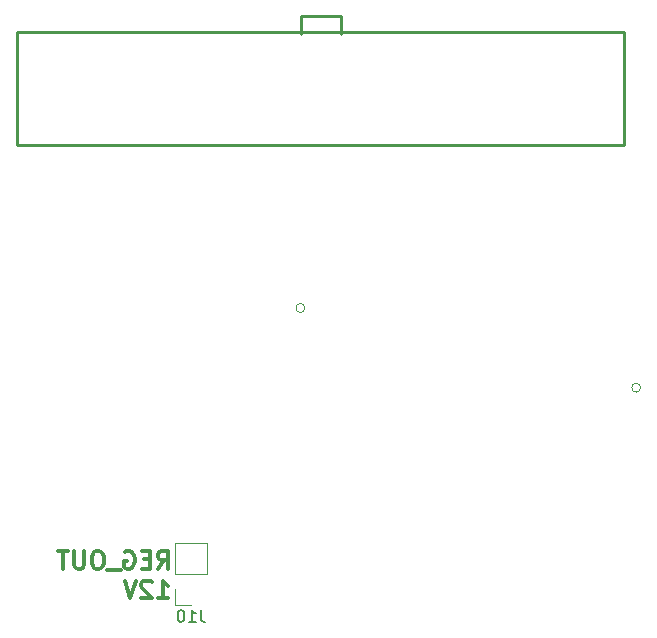
<source format=gbo>
G04 #@! TF.GenerationSoftware,KiCad,Pcbnew,(5.1.6-0-10_14)*
G04 #@! TF.CreationDate,2021-12-04T22:46:38+09:00*
G04 #@! TF.ProjectId,qPCR-main,71504352-2d6d-4616-996e-2e6b69636164,rev?*
G04 #@! TF.SameCoordinates,Original*
G04 #@! TF.FileFunction,Legend,Bot*
G04 #@! TF.FilePolarity,Positive*
%FSLAX46Y46*%
G04 Gerber Fmt 4.6, Leading zero omitted, Abs format (unit mm)*
G04 Created by KiCad (PCBNEW (5.1.6-0-10_14)) date 2021-12-04 22:46:38*
%MOMM*%
%LPD*%
G01*
G04 APERTURE LIST*
%ADD10C,0.375000*%
%ADD11C,0.120000*%
%ADD12C,0.254000*%
%ADD13C,0.150000*%
G04 APERTURE END LIST*
D10*
X134728571Y-86678571D02*
X135585714Y-86678571D01*
X135157142Y-86678571D02*
X135157142Y-85178571D01*
X135300000Y-85392857D01*
X135442857Y-85535714D01*
X135585714Y-85607142D01*
X134157142Y-85321428D02*
X134085714Y-85250000D01*
X133942857Y-85178571D01*
X133585714Y-85178571D01*
X133442857Y-85250000D01*
X133371428Y-85321428D01*
X133300000Y-85464285D01*
X133300000Y-85607142D01*
X133371428Y-85821428D01*
X134228571Y-86678571D01*
X133300000Y-86678571D01*
X132871428Y-85178571D02*
X132371428Y-86678571D01*
X131871428Y-85178571D01*
X134678571Y-84178571D02*
X135178571Y-83464285D01*
X135535714Y-84178571D02*
X135535714Y-82678571D01*
X134964285Y-82678571D01*
X134821428Y-82750000D01*
X134750000Y-82821428D01*
X134678571Y-82964285D01*
X134678571Y-83178571D01*
X134750000Y-83321428D01*
X134821428Y-83392857D01*
X134964285Y-83464285D01*
X135535714Y-83464285D01*
X134035714Y-83392857D02*
X133535714Y-83392857D01*
X133321428Y-84178571D02*
X134035714Y-84178571D01*
X134035714Y-82678571D01*
X133321428Y-82678571D01*
X131892857Y-82750000D02*
X132035714Y-82678571D01*
X132250000Y-82678571D01*
X132464285Y-82750000D01*
X132607142Y-82892857D01*
X132678571Y-83035714D01*
X132750000Y-83321428D01*
X132750000Y-83535714D01*
X132678571Y-83821428D01*
X132607142Y-83964285D01*
X132464285Y-84107142D01*
X132250000Y-84178571D01*
X132107142Y-84178571D01*
X131892857Y-84107142D01*
X131821428Y-84035714D01*
X131821428Y-83535714D01*
X132107142Y-83535714D01*
X131535714Y-84321428D02*
X130392857Y-84321428D01*
X129750000Y-82678571D02*
X129464285Y-82678571D01*
X129321428Y-82750000D01*
X129178571Y-82892857D01*
X129107142Y-83178571D01*
X129107142Y-83678571D01*
X129178571Y-83964285D01*
X129321428Y-84107142D01*
X129464285Y-84178571D01*
X129750000Y-84178571D01*
X129892857Y-84107142D01*
X130035714Y-83964285D01*
X130107142Y-83678571D01*
X130107142Y-83178571D01*
X130035714Y-82892857D01*
X129892857Y-82750000D01*
X129750000Y-82678571D01*
X128464285Y-82678571D02*
X128464285Y-83892857D01*
X128392857Y-84035714D01*
X128321428Y-84107142D01*
X128178571Y-84178571D01*
X127892857Y-84178571D01*
X127750000Y-84107142D01*
X127678571Y-84035714D01*
X127607142Y-83892857D01*
X127607142Y-82678571D01*
X127107142Y-82678571D02*
X126250000Y-82678571D01*
X126678571Y-84178571D02*
X126678571Y-82678571D01*
D11*
X175571000Y-68850501D02*
G75*
G03*
X175571000Y-68850501I-381000J0D01*
G01*
X147141501Y-62110000D02*
G75*
G03*
X147141501Y-62110000I-381000J0D01*
G01*
D12*
X146780000Y-37396400D02*
X146780000Y-38896400D01*
X150180000Y-37396400D02*
X150180000Y-38896400D01*
X150180000Y-37396400D02*
X146780000Y-37396400D01*
X174180000Y-48296400D02*
X174180000Y-38696400D01*
X122780000Y-48296400D02*
X174180000Y-48296400D01*
X122780000Y-38696400D02*
X122780000Y-48296400D01*
X174180000Y-38696400D02*
X122780000Y-38696400D01*
D11*
X136170000Y-82030000D02*
X138830000Y-82030000D01*
X136170000Y-84630000D02*
X136170000Y-82030000D01*
X138830000Y-84630000D02*
X138830000Y-82030000D01*
X136170000Y-84630000D02*
X138830000Y-84630000D01*
X136170000Y-85900000D02*
X136170000Y-87230000D01*
X136170000Y-87230000D02*
X137500000Y-87230000D01*
D13*
X138309523Y-87682380D02*
X138309523Y-88396666D01*
X138357142Y-88539523D01*
X138452380Y-88634761D01*
X138595238Y-88682380D01*
X138690476Y-88682380D01*
X137309523Y-88682380D02*
X137880952Y-88682380D01*
X137595238Y-88682380D02*
X137595238Y-87682380D01*
X137690476Y-87825238D01*
X137785714Y-87920476D01*
X137880952Y-87968095D01*
X136690476Y-87682380D02*
X136595238Y-87682380D01*
X136500000Y-87730000D01*
X136452380Y-87777619D01*
X136404761Y-87872857D01*
X136357142Y-88063333D01*
X136357142Y-88301428D01*
X136404761Y-88491904D01*
X136452380Y-88587142D01*
X136500000Y-88634761D01*
X136595238Y-88682380D01*
X136690476Y-88682380D01*
X136785714Y-88634761D01*
X136833333Y-88587142D01*
X136880952Y-88491904D01*
X136928571Y-88301428D01*
X136928571Y-88063333D01*
X136880952Y-87872857D01*
X136833333Y-87777619D01*
X136785714Y-87730000D01*
X136690476Y-87682380D01*
M02*

</source>
